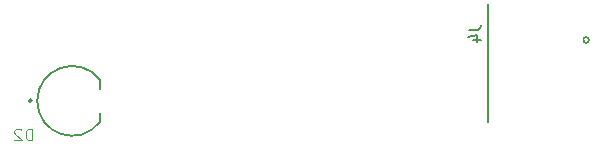
<source format=gbr>
%TF.GenerationSoftware,KiCad,Pcbnew,(5.1.8-0-10_14)*%
%TF.CreationDate,2021-03-11T12:17:02+11:00*%
%TF.ProjectId,Open-JIP(KiCad)_T3.6,4f70656e-2d4a-4495-9028-4b6943616429,rev?*%
%TF.SameCoordinates,Original*%
%TF.FileFunction,Legend,Bot*%
%TF.FilePolarity,Positive*%
%FSLAX46Y46*%
G04 Gerber Fmt 4.6, Leading zero omitted, Abs format (unit mm)*
G04 Created by KiCad (PCBNEW (5.1.8-0-10_14)) date 2021-03-11 12:17:02*
%MOMM*%
%LPD*%
G01*
G04 APERTURE LIST*
%ADD10C,0.200000*%
%ADD11C,0.127000*%
%ADD12C,0.150000*%
%ADD13C,0.015000*%
G04 APERTURE END LIST*
D10*
%TO.C,J4*%
X174535000Y-82547000D02*
G75*
G03*
X174535000Y-82547000I-240000J0D01*
G01*
X166025000Y-79525000D02*
X166025000Y-89475000D01*
D11*
%TO.C,D2*%
X133130000Y-86700000D02*
X133130000Y-85930000D01*
X133130000Y-89470000D02*
X133130000Y-88700000D01*
D10*
X127363178Y-87680000D02*
G75*
G03*
X127363178Y-87680000I-143178J0D01*
G01*
D11*
X133130000Y-89470000D02*
G75*
G02*
X133130000Y-85930000I-2359991J1770000D01*
G01*
%TO.C,J4*%
D12*
X164380664Y-81660379D02*
X165096282Y-81660379D01*
X165239406Y-81612671D01*
X165334822Y-81517255D01*
X165382530Y-81374132D01*
X165382530Y-81278716D01*
X164714619Y-82566829D02*
X165382530Y-82566829D01*
X164332956Y-82328290D02*
X165048574Y-82089750D01*
X165048574Y-82709953D01*
%TO.C,D2*%
D13*
X127418095Y-91052380D02*
X127418095Y-90052380D01*
X127180000Y-90052380D01*
X127037142Y-90100000D01*
X126941904Y-90195238D01*
X126894285Y-90290476D01*
X126846666Y-90480952D01*
X126846666Y-90623809D01*
X126894285Y-90814285D01*
X126941904Y-90909523D01*
X127037142Y-91004761D01*
X127180000Y-91052380D01*
X127418095Y-91052380D01*
X126465714Y-90147619D02*
X126418095Y-90100000D01*
X126322857Y-90052380D01*
X126084761Y-90052380D01*
X125989523Y-90100000D01*
X125941904Y-90147619D01*
X125894285Y-90242857D01*
X125894285Y-90338095D01*
X125941904Y-90480952D01*
X126513333Y-91052380D01*
X125894285Y-91052380D01*
%TD*%
M02*

</source>
